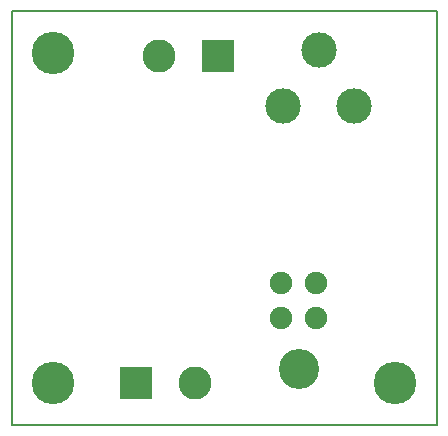
<source format=gbr>
G04 #@! TF.FileFunction,Soldermask,Bot*
%FSLAX46Y46*%
G04 Gerber Fmt 4.6, Leading zero omitted, Abs format (unit mm)*
G04 Created by KiCad (PCBNEW 4.0.7) date 05/14/18 21:45:12*
%MOMM*%
%LPD*%
G01*
G04 APERTURE LIST*
%ADD10C,0.100000*%
%ADD11C,0.150000*%
%ADD12C,3.600000*%
%ADD13C,3.000000*%
%ADD14R,2.800000X2.800000*%
%ADD15C,2.800000*%
%ADD16C,3.400000*%
%ADD17C,1.900000*%
G04 APERTURE END LIST*
D10*
D11*
X161000000Y-117000000D02*
X161000000Y-82000000D01*
X125000000Y-117000000D02*
X125000000Y-82000000D01*
X125000000Y-82000000D02*
X161000000Y-82000000D01*
X125000000Y-117000000D02*
X161000000Y-117000000D01*
D12*
X128500000Y-85500000D03*
X128500000Y-113500000D03*
X157500000Y-113500000D03*
D13*
X148000000Y-90000000D03*
X154000000Y-90000000D03*
X151000000Y-85300000D03*
D14*
X142500000Y-85800000D03*
D15*
X137500000Y-85800000D03*
D16*
X149300000Y-112320000D03*
D17*
X150800000Y-108000000D03*
X147800000Y-108000000D03*
X150800000Y-105000000D03*
X147800000Y-105000000D03*
D14*
X135500000Y-113500000D03*
D15*
X140500000Y-113500000D03*
M02*

</source>
